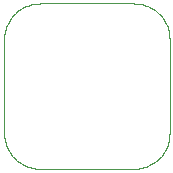
<source format=gko>
G75*
G70*
%OFA0B0*%
%FSLAX24Y24*%
%IPPOS*%
%LPD*%
%AMOC8*
5,1,8,0,0,1.08239X$1,22.5*
%
%ADD10C,0.0000*%
D10*
X001331Y000210D02*
X004481Y000210D01*
X004547Y000212D01*
X004613Y000217D01*
X004679Y000227D01*
X004744Y000240D01*
X004808Y000256D01*
X004871Y000276D01*
X004933Y000300D01*
X004993Y000327D01*
X005052Y000357D01*
X005109Y000391D01*
X005164Y000428D01*
X005217Y000468D01*
X005268Y000510D01*
X005316Y000556D01*
X005362Y000604D01*
X005404Y000655D01*
X005444Y000708D01*
X005481Y000763D01*
X005515Y000820D01*
X005545Y000879D01*
X005572Y000939D01*
X005596Y001001D01*
X005616Y001064D01*
X005632Y001128D01*
X005645Y001193D01*
X005655Y001259D01*
X005660Y001325D01*
X005662Y001391D01*
X005662Y004540D01*
X005660Y004606D01*
X005655Y004672D01*
X005645Y004738D01*
X005632Y004803D01*
X005616Y004867D01*
X005596Y004930D01*
X005572Y004992D01*
X005545Y005052D01*
X005515Y005111D01*
X005481Y005168D01*
X005444Y005223D01*
X005404Y005276D01*
X005362Y005327D01*
X005316Y005375D01*
X005268Y005421D01*
X005217Y005463D01*
X005164Y005503D01*
X005109Y005540D01*
X005052Y005574D01*
X004993Y005604D01*
X004933Y005631D01*
X004871Y005655D01*
X004808Y005675D01*
X004744Y005691D01*
X004679Y005704D01*
X004613Y005714D01*
X004547Y005719D01*
X004481Y005721D01*
X004481Y005722D02*
X001331Y005722D01*
X001331Y005721D02*
X001265Y005719D01*
X001199Y005714D01*
X001133Y005704D01*
X001068Y005691D01*
X001004Y005675D01*
X000941Y005655D01*
X000879Y005631D01*
X000819Y005604D01*
X000760Y005574D01*
X000703Y005540D01*
X000648Y005503D01*
X000595Y005463D01*
X000544Y005421D01*
X000496Y005375D01*
X000450Y005327D01*
X000408Y005276D01*
X000368Y005223D01*
X000331Y005168D01*
X000297Y005111D01*
X000267Y005052D01*
X000240Y004992D01*
X000216Y004930D01*
X000196Y004867D01*
X000180Y004803D01*
X000167Y004738D01*
X000157Y004672D01*
X000152Y004606D01*
X000150Y004540D01*
X000150Y001391D01*
X000152Y001325D01*
X000157Y001259D01*
X000167Y001193D01*
X000180Y001128D01*
X000196Y001064D01*
X000216Y001001D01*
X000240Y000939D01*
X000267Y000879D01*
X000297Y000820D01*
X000331Y000763D01*
X000368Y000708D01*
X000408Y000655D01*
X000450Y000604D01*
X000496Y000556D01*
X000544Y000510D01*
X000595Y000468D01*
X000648Y000428D01*
X000703Y000391D01*
X000760Y000357D01*
X000819Y000327D01*
X000879Y000300D01*
X000941Y000276D01*
X001004Y000256D01*
X001068Y000240D01*
X001133Y000227D01*
X001199Y000217D01*
X001265Y000212D01*
X001331Y000210D01*
M02*

</source>
